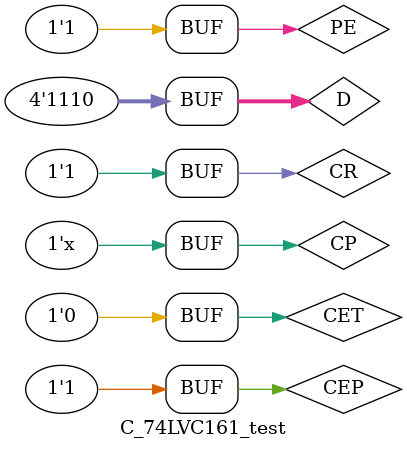
<source format=v>
module C_74LVC161_test();
  reg CEP,CET,PE,CP,CR;
  reg[3:0] D;
  wire TC;
  wire[3:0] Q;
  initial
  begin
    D = 4'b1110;
    CP = 0;
    CR = 1;
    PE = 1;
    CEP = 1;
    CET = 1; 
    #15 CR = 0;
    #20 CR = 1;
    #290 PE = 0;
    #35 PE = 1;
    #490 CET = 0;
  end

  always #50 CP = ~CP;
  initial
  $monitor("Q = %b",Q);
  C_74LVC161 inst(.CEP(CEP),
                .CET(CET),
                .PE(PE),
                .CP(CP),
                .CR(CR),
                .D(D),
                .TC(TC),
                .Q(Q) );
endmodule

</source>
